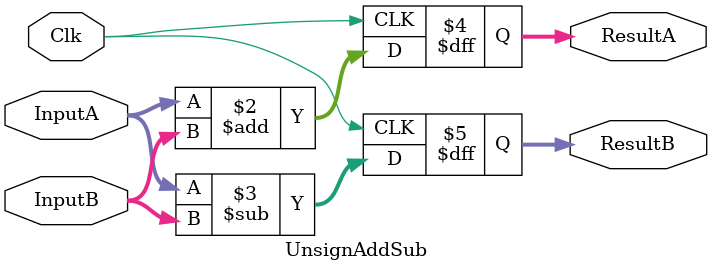
<source format=v>
`timescale 1ns / 1ps
`ifndef LIB_STYCZYNSKI_UNSIGN_ADD_SUB_V
`define LIB_STYCZYNSKI_UNSIGN_ADD_SUB_V

/*
 * Piotr Styczyński @styczynski
 * Verilog Components Library
 *
 * Adder/substractor for unsigned operations
 * 
 *
 * MIT License
 */
module UnsignAddSub
#(
	parameter INPUT_BIT_WIDTH = 8
)
(
    input Clk,
    input [INPUT_BIT_WIDTH-1:0] InputA,
	input [INPUT_BIT_WIDTH-1:0] InputB,
	output reg [INPUT_BIT_WIDTH-1:0] ResultA,
    output reg [INPUT_BIT_WIDTH-1:0] ResultB
);

    always @(posedge Clk)
	begin
		ResultA <= InputA + InputB;
        ResultB <= InputA - InputB;
	end

endmodule

`endif
</source>
